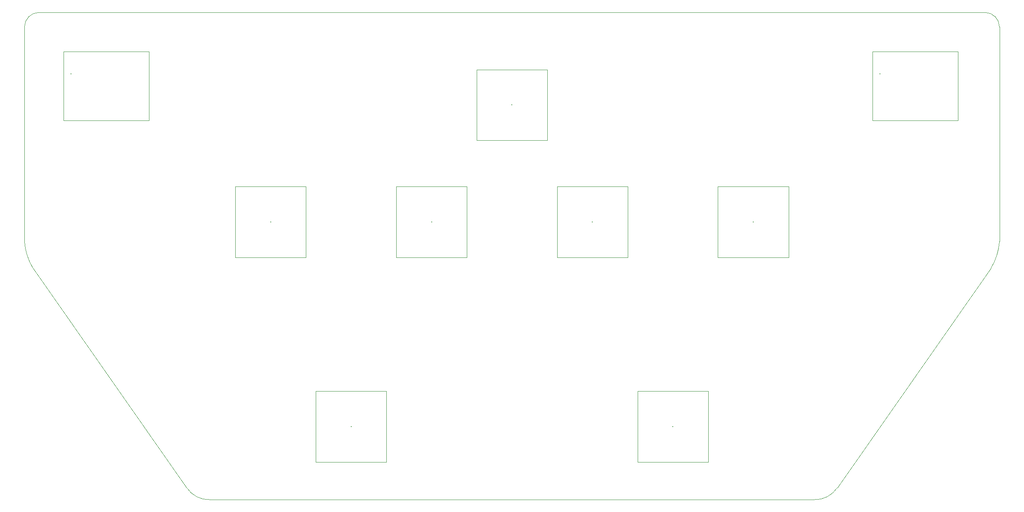
<source format=gbr>
%TF.GenerationSoftware,KiCad,Pcbnew,8.0.4*%
%TF.CreationDate,2024-07-22T08:35:24+08:00*%
%TF.ProjectId,PH-AC,50482d41-432e-46b6-9963-61645f706362,rev?*%
%TF.SameCoordinates,PX405f7e0PY328b740*%
%TF.FileFunction,Component,L1,Top*%
%TF.FilePolarity,Positive*%
%FSLAX46Y46*%
G04 Gerber Fmt 4.6, Leading zero omitted, Abs format (unit mm)*
G04 Created by KiCad (PCBNEW 8.0.4) date 2024-07-22 08:35:24*
%MOMM*%
%LPD*%
G01*
G04 APERTURE LIST*
%TA.AperFunction,ComponentMain*%
%ADD10C,0.300000*%
%TD*%
%TA.AperFunction,ComponentOutline,Courtyard*%
%ADD11C,0.100000*%
%TD*%
%TA.AperFunction,ComponentPin*%
%ADD12C,0.100000*%
%TD*%
%TA.AperFunction,Profile*%
%ADD13C,0.050000*%
%TD*%
G04 APERTURE END LIST*
D10*
%TO.C,SW4*%
%TO.CFtp,SW_Hotswap_Kailh_MX_1.50u*%
%TO.CVal,SW_Push*%
%TO.CLbN,PCM_Switch_Keyboard_Hotswap_Kailh*%
%TO.CMnt,SMD*%
%TO.CRot,0*%
X50500000Y-43000000D03*
D11*
X57749999Y-35750001D02*
X57749999Y-50249999D01*
X43250001Y-50249999D01*
X43250001Y-35750001D01*
X57749999Y-35750001D01*
D12*
%TO.P,SW4,*%
X45420000Y-43000000D03*
X46690000Y-40460000D03*
X50500000Y-43000000D03*
X53040000Y-37920000D03*
X55580000Y-43000000D03*
%TD*%
D10*
%TO.C,SW9*%
%TO.CFtp,SW_Hotswap_Kailh_MX_1.00u*%
%TO.CVal,SW_Push*%
%TO.CLbN,PCM_Switch_Keyboard_Hotswap_Kailh*%
%TO.CMnt,SMD*%
%TO.CRot,0*%
X100000000Y-19000000D03*
D11*
X107249999Y-11750001D02*
X107249999Y-26249999D01*
X92750001Y-26249999D01*
X92750001Y-11750001D01*
X107249999Y-11750001D01*
D12*
%TO.P,SW9,*%
X94920000Y-19000000D03*
X96190000Y-16460000D03*
X100000000Y-19000000D03*
X102540000Y-13920000D03*
X105080000Y-19000000D03*
%TD*%
D10*
%TO.C,SW7*%
%TO.CFtp,SW_Hotswap_Kailh_MX_1.50u*%
%TO.CVal,SW_Push*%
%TO.CLbN,PCM_Switch_Keyboard_Hotswap_Kailh*%
%TO.CMnt,SMD*%
%TO.CRot,0*%
X149500000Y-43000000D03*
D11*
X156749999Y-35750001D02*
X156749999Y-50249999D01*
X142250001Y-50249999D01*
X142250001Y-35750001D01*
X156749999Y-35750001D01*
D12*
%TO.P,SW7,*%
X144420000Y-43000000D03*
X145690000Y-40460000D03*
X149500000Y-43000000D03*
X152040000Y-37920000D03*
X154580000Y-43000000D03*
%TD*%
D10*
%TO.C,SW5*%
%TO.CFtp,SW_Hotswap_Kailh_MX_1.50u*%
%TO.CVal,SW_Push*%
%TO.CLbN,PCM_Switch_Keyboard_Hotswap_Kailh*%
%TO.CMnt,SMD*%
%TO.CRot,0*%
X83500000Y-43000000D03*
D11*
X90749999Y-35750001D02*
X90749999Y-50249999D01*
X76250001Y-50249999D01*
X76250001Y-35750001D01*
X90749999Y-35750001D01*
D12*
%TO.P,SW5,*%
X78420000Y-43000000D03*
X79690000Y-40460000D03*
X83500000Y-43000000D03*
X86040000Y-37920000D03*
X88580000Y-43000000D03*
%TD*%
D10*
%TO.C,SW8*%
%TO.CFtp,SW_Hotswap_Kailh_MX_2.75u*%
%TO.CVal,SW_Push*%
%TO.CLbN,PCM_Switch_Keyboard_Hotswap_Kailh*%
%TO.CMnt,SMD*%
%TO.CRot,0*%
X67000000Y-85000000D03*
D11*
X74249999Y-77750001D02*
X74249999Y-92249999D01*
X59750001Y-92249999D01*
X59750001Y-77750001D01*
X74249999Y-77750001D01*
D12*
%TO.P,SW8,*%
X61920000Y-85000000D03*
X63190000Y-82460000D03*
X67000000Y-85000000D03*
X69540000Y-79920000D03*
X72080000Y-85000000D03*
%TD*%
D10*
%TO.C,SW6*%
%TO.CFtp,SW_Hotswap_Kailh_MX_1.50u*%
%TO.CVal,SW_Push*%
%TO.CLbN,PCM_Switch_Keyboard_Hotswap_Kailh*%
%TO.CMnt,SMD*%
%TO.CRot,0*%
X116500000Y-43000000D03*
D11*
X123749999Y-35750001D02*
X123749999Y-50249999D01*
X109250001Y-50249999D01*
X109250001Y-35750001D01*
X123749999Y-35750001D01*
D12*
%TO.P,SW6,*%
X111420000Y-43000000D03*
X112690000Y-40460000D03*
X116500000Y-43000000D03*
X119040000Y-37920000D03*
X121580000Y-43000000D03*
%TD*%
D10*
%TO.C,SW10*%
%TO.CFtp,SW_Hotswap_Kailh_MX_2.75u*%
%TO.CVal,SW_Push*%
%TO.CLbN,PCM_Switch_Keyboard_Hotswap_Kailh*%
%TO.CMnt,SMD*%
%TO.CRot,0*%
X133000000Y-85000000D03*
D11*
X140249999Y-77750001D02*
X140249999Y-92249999D01*
X125750001Y-92249999D01*
X125750001Y-77750001D01*
X140249999Y-77750001D01*
D12*
%TO.P,SW10,*%
X127920000Y-85000000D03*
X129190000Y-82460000D03*
X133000000Y-85000000D03*
X135540000Y-79920000D03*
X138080000Y-85000000D03*
%TD*%
D10*
%TO.C,SW3*%
%TO.CFtp,RotaryEncoder_Alps_EC11E-Switch_Vertical_H20mm*%
%TO.CVal,RotaryEncoder_Switch_MP*%
%TO.CLbN,Rotary_Encoder*%
%TO.CMnt,TH*%
%TO.CRot,0*%
X175500000Y-12600000D03*
D11*
X191499999Y-8000001D02*
X191499999Y-22199999D01*
X174000001Y-22199999D01*
X174000001Y-8000001D01*
X191499999Y-8000001D01*
D12*
%TO.P,SW3,S2,S2*%
X190000000Y-12600000D03*
%TO.P,SW3,S1,S1*%
X190000000Y-17600000D03*
%TO.P,SW3,MP,MP*%
X183000000Y-20700000D03*
X183000000Y-9500000D03*
%TO.P,SW3,C,C*%
X175500000Y-15100000D03*
%TO.P,SW3,B,B*%
X175500000Y-17600000D03*
%TO.P,SW3,A,A*%
X175500000Y-12600000D03*
%TD*%
D10*
%TO.C,SW2*%
%TO.CFtp,RotaryEncoder_Alps_EC11E-Switch_Vertical_H20mm*%
%TO.CVal,RotaryEncoder_Switch_MP*%
%TO.CLbN,Rotary_Encoder*%
%TO.CMnt,TH*%
%TO.CRot,0*%
X9500000Y-12600000D03*
D11*
X25499999Y-8000001D02*
X25499999Y-22199999D01*
X8000001Y-22199999D01*
X8000001Y-8000001D01*
X25499999Y-8000001D01*
D12*
%TO.P,SW2,A,A*%
X9500000Y-12600000D03*
%TO.P,SW2,B,B*%
X9500000Y-17600000D03*
%TO.P,SW2,C,C*%
X9500000Y-15100000D03*
%TO.P,SW2,MP,MP*%
X17000000Y-9500000D03*
X17000000Y-20700000D03*
%TO.P,SW2,S1,S1*%
X24000000Y-17600000D03*
%TO.P,SW2,S2,S2*%
X24000000Y-12600000D03*
%TD*%
D13*
X198279613Y-52457695D02*
X166720386Y-97542304D01*
X3000000Y0D02*
X197000000Y0D01*
X2Y-47000000D02*
X0Y-3000000D01*
X38000000Y-99999999D02*
G75*
G02*
X33279624Y-97542297I-177200J5421599D01*
G01*
X1720388Y-52457695D02*
G75*
G02*
X-17Y-47000001I10561612J6329295D01*
G01*
X0Y-3000000D02*
G75*
G02*
X3000000Y0I3000000J0D01*
G01*
X197000000Y0D02*
G75*
G02*
X200000000Y-3000000I0J-3000000D01*
G01*
X162000000Y-99999999D02*
X38000000Y-99999999D01*
X199999999Y-47000000D02*
G75*
G02*
X198279597Y-52457685I-12281999J871600D01*
G01*
X33279614Y-97542304D02*
X1720388Y-52457695D01*
X200000000Y-3000000D02*
X199999999Y-47000000D01*
X166720386Y-97542304D02*
G75*
G02*
X162000000Y-100000011I-4543186J2963904D01*
G01*
M02*

</source>
